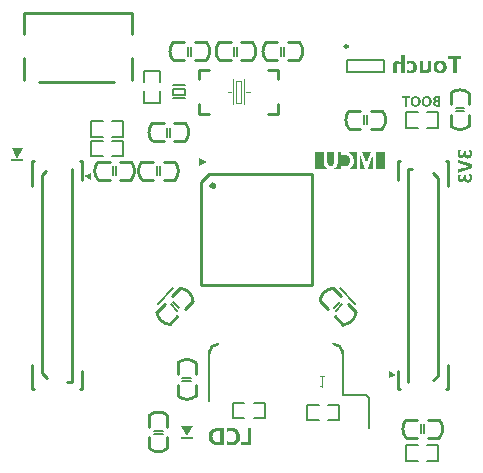
<source format=gbo>
G04*
G04 #@! TF.GenerationSoftware,Altium Limited,Altium Designer,21.2.1 (34)*
G04*
G04 Layer_Color=32896*
%FSLAX25Y25*%
%MOIN*%
G70*
G04*
G04 #@! TF.SameCoordinates,7F94B60C-EE6A-4D70-8C52-0CABB09C9AE7*
G04*
G04*
G04 #@! TF.FilePolarity,Positive*
G04*
G01*
G75*
%ADD11C,0.01000*%
%ADD12C,0.00600*%
%ADD13C,0.00787*%
%ADD14C,0.00500*%
%ADD16C,0.00800*%
%ADD77C,0.00984*%
%ADD78C,0.01575*%
%ADD79C,0.00390*%
%ADD80R,0.03937X0.00787*%
G36*
X321468Y300555D02*
X317531D01*
X319500Y297012D01*
X321468Y300555D01*
D02*
G37*
G36*
X344028Y292410D02*
Y290048D01*
X341666Y291229D01*
X344028Y292410D01*
D02*
G37*
G36*
X377969Y208055D02*
X374031D01*
X376000Y204512D01*
X377969Y208055D01*
D02*
G37*
G36*
X443240Y223905D02*
Y226267D01*
X445602Y225086D01*
X443240Y223905D01*
D02*
G37*
G36*
X382820Y296029D02*
X380064Y294651D01*
Y297407D01*
X382820Y296029D01*
D02*
G37*
G36*
X460500Y314456D02*
X459218D01*
X459113Y314461D01*
X459013Y314467D01*
X458918Y314483D01*
X458829Y314500D01*
X458752Y314517D01*
X458674Y314544D01*
X458607Y314566D01*
X458546Y314594D01*
X458491Y314616D01*
X458441Y314644D01*
X458402Y314666D01*
X458369Y314683D01*
X458341Y314705D01*
X458324Y314716D01*
X458313Y314722D01*
X458308Y314727D01*
X458247Y314783D01*
X458197Y314839D01*
X458152Y314899D01*
X458113Y314961D01*
X458080Y315022D01*
X458058Y315083D01*
X458014Y315205D01*
X457991Y315310D01*
X457986Y315355D01*
X457980Y315393D01*
X457975Y315427D01*
Y315449D01*
Y315466D01*
Y315471D01*
X457986Y315593D01*
X458008Y315699D01*
X458047Y315793D01*
X458086Y315876D01*
X458125Y315937D01*
X458163Y315987D01*
X458186Y316015D01*
X458197Y316026D01*
X458286Y316104D01*
X458380Y316159D01*
X458474Y316209D01*
X458569Y316243D01*
X458652Y316265D01*
X458713Y316281D01*
X458741Y316287D01*
X458757Y316293D01*
X458774D01*
Y316304D01*
X458674Y316337D01*
X458580Y316381D01*
X458502Y316431D01*
X458430Y316476D01*
X458374Y316520D01*
X458335Y316559D01*
X458313Y316581D01*
X458302Y316592D01*
X458241Y316675D01*
X458191Y316759D01*
X458158Y316842D01*
X458136Y316920D01*
X458125Y316986D01*
X458113Y317036D01*
Y317058D01*
Y317075D01*
Y317081D01*
Y317086D01*
X458119Y317153D01*
X458125Y317219D01*
X458163Y317336D01*
X458208Y317436D01*
X458263Y317525D01*
X458324Y317586D01*
X458369Y317636D01*
X458408Y317663D01*
X458413Y317674D01*
X458419D01*
X458480Y317713D01*
X458541Y317747D01*
X458680Y317797D01*
X458824Y317835D01*
X458963Y317858D01*
X459024Y317869D01*
X459085Y317874D01*
X459140Y317880D01*
X459185D01*
X459224Y317885D01*
X460500D01*
Y314456D01*
D02*
G37*
G36*
X450293Y317286D02*
X449317D01*
Y314456D01*
X448584D01*
Y317286D01*
X447602D01*
Y317885D01*
X450293D01*
Y317286D01*
D02*
G37*
G36*
X456038Y317941D02*
X456177Y317924D01*
X456299Y317902D01*
X456421Y317869D01*
X456532Y317830D01*
X456632Y317786D01*
X456726Y317741D01*
X456809Y317691D01*
X456887Y317641D01*
X456953Y317597D01*
X457009Y317552D01*
X457059Y317513D01*
X457092Y317486D01*
X457120Y317458D01*
X457137Y317441D01*
X457142Y317436D01*
X457226Y317336D01*
X457298Y317236D01*
X457359Y317125D01*
X457414Y317020D01*
X457459Y316909D01*
X457498Y316798D01*
X457531Y316692D01*
X457553Y316592D01*
X457575Y316498D01*
X457586Y316409D01*
X457597Y316326D01*
X457608Y316259D01*
Y316204D01*
X457614Y316159D01*
Y316137D01*
Y316126D01*
X457608Y315987D01*
X457592Y315854D01*
X457570Y315726D01*
X457542Y315610D01*
X457509Y315499D01*
X457470Y315393D01*
X457425Y315299D01*
X457381Y315216D01*
X457342Y315138D01*
X457298Y315072D01*
X457259Y315010D01*
X457226Y314966D01*
X457198Y314927D01*
X457176Y314899D01*
X457159Y314883D01*
X457153Y314877D01*
X457064Y314794D01*
X456970Y314722D01*
X456870Y314655D01*
X456770Y314600D01*
X456671Y314555D01*
X456571Y314517D01*
X456476Y314483D01*
X456382Y314461D01*
X456293Y314439D01*
X456210Y314428D01*
X456138Y314417D01*
X456077Y314405D01*
X456027D01*
X455988Y314400D01*
X455955D01*
X455816Y314405D01*
X455683Y314422D01*
X455560Y314444D01*
X455444Y314478D01*
X455333Y314517D01*
X455233Y314555D01*
X455139Y314600D01*
X455056Y314650D01*
X454983Y314694D01*
X454917Y314738D01*
X454861Y314777D01*
X454811Y314816D01*
X454778Y314849D01*
X454750Y314872D01*
X454734Y314888D01*
X454728Y314894D01*
X454645Y314988D01*
X454573Y315094D01*
X454511Y315199D01*
X454456Y315310D01*
X454412Y315416D01*
X454373Y315527D01*
X454345Y315632D01*
X454317Y315732D01*
X454301Y315826D01*
X454284Y315915D01*
X454278Y315993D01*
X454267Y316059D01*
Y316115D01*
X454262Y316159D01*
Y316182D01*
Y316193D01*
X454267Y316331D01*
X454278Y316470D01*
X454301Y316598D01*
X454334Y316714D01*
X454367Y316825D01*
X454406Y316931D01*
X454445Y317025D01*
X454484Y317114D01*
X454528Y317192D01*
X454567Y317258D01*
X454606Y317314D01*
X454639Y317364D01*
X454667Y317403D01*
X454689Y317430D01*
X454706Y317447D01*
X454711Y317453D01*
X454800Y317541D01*
X454889Y317614D01*
X454989Y317680D01*
X455089Y317736D01*
X455183Y317786D01*
X455283Y317824D01*
X455383Y317858D01*
X455472Y317885D01*
X455560Y317908D01*
X455644Y317919D01*
X455716Y317930D01*
X455777Y317941D01*
X455827D01*
X455866Y317947D01*
X455899D01*
X456038Y317941D01*
D02*
G37*
G36*
X452325D02*
X452464Y317924D01*
X452586Y317902D01*
X452708Y317869D01*
X452819Y317830D01*
X452919Y317786D01*
X453013Y317741D01*
X453096Y317691D01*
X453174Y317641D01*
X453241Y317597D01*
X453296Y317552D01*
X453346Y317513D01*
X453379Y317486D01*
X453407Y317458D01*
X453424Y317441D01*
X453429Y317436D01*
X453513Y317336D01*
X453585Y317236D01*
X453646Y317125D01*
X453701Y317020D01*
X453746Y316909D01*
X453785Y316798D01*
X453818Y316692D01*
X453840Y316592D01*
X453862Y316498D01*
X453873Y316409D01*
X453884Y316326D01*
X453896Y316259D01*
Y316204D01*
X453901Y316159D01*
Y316137D01*
Y316126D01*
X453896Y315987D01*
X453879Y315854D01*
X453857Y315726D01*
X453829Y315610D01*
X453796Y315499D01*
X453757Y315393D01*
X453712Y315299D01*
X453668Y315216D01*
X453629Y315138D01*
X453585Y315072D01*
X453546Y315010D01*
X453513Y314966D01*
X453485Y314927D01*
X453463Y314899D01*
X453446Y314883D01*
X453440Y314877D01*
X453352Y314794D01*
X453257Y314722D01*
X453157Y314655D01*
X453057Y314600D01*
X452957Y314555D01*
X452858Y314517D01*
X452763Y314483D01*
X452669Y314461D01*
X452580Y314439D01*
X452497Y314428D01*
X452425Y314417D01*
X452364Y314405D01*
X452314D01*
X452275Y314400D01*
X452242D01*
X452103Y314405D01*
X451970Y314422D01*
X451848Y314444D01*
X451731Y314478D01*
X451620Y314517D01*
X451520Y314555D01*
X451426Y314600D01*
X451342Y314650D01*
X451270Y314694D01*
X451204Y314738D01*
X451148Y314777D01*
X451098Y314816D01*
X451065Y314849D01*
X451037Y314872D01*
X451021Y314888D01*
X451015Y314894D01*
X450932Y314988D01*
X450860Y315094D01*
X450799Y315199D01*
X450743Y315310D01*
X450699Y315416D01*
X450660Y315527D01*
X450632Y315632D01*
X450604Y315732D01*
X450588Y315826D01*
X450571Y315915D01*
X450565Y315993D01*
X450554Y316059D01*
Y316115D01*
X450549Y316159D01*
Y316182D01*
Y316193D01*
X450554Y316331D01*
X450565Y316470D01*
X450588Y316598D01*
X450621Y316714D01*
X450654Y316825D01*
X450693Y316931D01*
X450732Y317025D01*
X450771Y317114D01*
X450815Y317192D01*
X450854Y317258D01*
X450893Y317314D01*
X450926Y317364D01*
X450954Y317403D01*
X450976Y317430D01*
X450993Y317447D01*
X450998Y317453D01*
X451087Y317541D01*
X451176Y317614D01*
X451276Y317680D01*
X451376Y317736D01*
X451470Y317786D01*
X451570Y317824D01*
X451670Y317858D01*
X451759Y317885D01*
X451848Y317908D01*
X451931Y317919D01*
X452003Y317930D01*
X452064Y317941D01*
X452114D01*
X452153Y317947D01*
X452186D01*
X452325Y317941D01*
D02*
G37*
G36*
X470852Y299830D02*
X470904Y299645D01*
X470948Y299452D01*
X470970Y299275D01*
X470978Y299186D01*
X470985Y299112D01*
X470993Y299045D01*
Y298986D01*
X471000Y298934D01*
Y298868D01*
X470993Y298720D01*
X470985Y298587D01*
X470963Y298453D01*
X470941Y298335D01*
X470919Y298217D01*
X470882Y298113D01*
X470852Y298017D01*
X470815Y297928D01*
X470785Y297854D01*
X470748Y297787D01*
X470719Y297728D01*
X470697Y297684D01*
X470667Y297647D01*
X470652Y297617D01*
X470645Y297602D01*
X470637Y297595D01*
X470563Y297514D01*
X470489Y297440D01*
X470408Y297373D01*
X470327Y297314D01*
X470238Y297269D01*
X470156Y297232D01*
X469994Y297173D01*
X469846Y297136D01*
X469786Y297129D01*
X469727Y297121D01*
X469683Y297114D01*
X469653D01*
X469631D01*
X469624D01*
X469468Y297129D01*
X469328Y297158D01*
X469202Y297203D01*
X469098Y297255D01*
X469017Y297314D01*
X468950Y297358D01*
X468913Y297388D01*
X468898Y297403D01*
X468795Y297521D01*
X468721Y297647D01*
X468662Y297773D01*
X468610Y297891D01*
X468580Y298002D01*
X468565Y298083D01*
X468558Y298120D01*
X468551Y298143D01*
Y298165D01*
X468536D01*
X468484Y298002D01*
X468417Y297861D01*
X468343Y297743D01*
X468262Y297639D01*
X468173Y297551D01*
X468077Y297477D01*
X467981Y297417D01*
X467885Y297366D01*
X467788Y297329D01*
X467700Y297299D01*
X467618Y297284D01*
X467552Y297269D01*
X467485Y297262D01*
X467441Y297255D01*
X467411D01*
X467404D01*
X467307Y297262D01*
X467211Y297269D01*
X467048Y297321D01*
X466908Y297380D01*
X466789Y297454D01*
X466693Y297536D01*
X466627Y297595D01*
X466590Y297647D01*
X466575Y297654D01*
Y297662D01*
X466471Y297824D01*
X466397Y298002D01*
X466345Y298172D01*
X466308Y298342D01*
X466286Y298490D01*
X466279Y298557D01*
Y298609D01*
X466271Y298653D01*
Y298720D01*
X466279Y298949D01*
X466308Y299164D01*
X466353Y299349D01*
X466375Y299438D01*
X466397Y299512D01*
X466419Y299586D01*
X466442Y299645D01*
X466464Y299704D01*
X466486Y299748D01*
X466501Y299778D01*
X466516Y299808D01*
X466523Y299822D01*
Y299830D01*
X467307D01*
X467204Y299667D01*
X467130Y299512D01*
X467078Y299356D01*
X467041Y299223D01*
X467019Y299105D01*
X467011Y299053D01*
Y299016D01*
X467004Y298979D01*
Y298934D01*
X467011Y298809D01*
X467026Y298705D01*
X467056Y298609D01*
X467093Y298527D01*
X467145Y298461D01*
X467189Y298402D01*
X467248Y298357D01*
X467300Y298320D01*
X467352Y298291D01*
X467411Y298268D01*
X467500Y298239D01*
X467544D01*
X467574Y298231D01*
X467589D01*
X467596D01*
X467707Y298239D01*
X467796Y298268D01*
X467877Y298313D01*
X467951Y298372D01*
X468010Y298446D01*
X468062Y298520D01*
X468099Y298601D01*
X468136Y298690D01*
X468181Y298860D01*
X468188Y298934D01*
X468203Y299008D01*
Y299068D01*
X468210Y299112D01*
Y299526D01*
X468950D01*
Y299119D01*
X468958Y298949D01*
X468980Y298794D01*
X469002Y298668D01*
X469032Y298557D01*
X469069Y298476D01*
X469091Y298416D01*
X469113Y298379D01*
X469120Y298365D01*
X469187Y298276D01*
X469268Y298209D01*
X469350Y298157D01*
X469431Y298128D01*
X469505Y298106D01*
X469564Y298098D01*
X469601Y298091D01*
X469609D01*
X469616D01*
X469727Y298098D01*
X469823Y298128D01*
X469912Y298165D01*
X469979Y298202D01*
X470031Y298246D01*
X470075Y298283D01*
X470097Y298313D01*
X470105Y298320D01*
X470164Y298409D01*
X470201Y298513D01*
X470230Y298609D01*
X470253Y298712D01*
X470267Y298801D01*
X470275Y298868D01*
Y298934D01*
X470267Y299045D01*
X470260Y299156D01*
X470223Y299356D01*
X470164Y299541D01*
X470105Y299697D01*
X470075Y299763D01*
X470045Y299822D01*
X470016Y299874D01*
X469986Y299919D01*
X469964Y299956D01*
X469949Y299978D01*
X469934Y299993D01*
Y300000D01*
X470778D01*
X470852Y299830D01*
D02*
G37*
G36*
X470926Y295138D02*
Y294036D01*
X466353Y292445D01*
Y293466D01*
X469579Y294457D01*
X469757Y294502D01*
X469831Y294517D01*
X469897Y294531D01*
X469957Y294539D01*
X470001Y294546D01*
X470031Y294554D01*
X470038D01*
Y294576D01*
X469883Y294598D01*
X469801Y294613D01*
X469735Y294628D01*
X469675Y294642D01*
X469631Y294650D01*
X469594Y294665D01*
X469587D01*
X466353Y295656D01*
Y296707D01*
X470926Y295138D01*
D02*
G37*
G36*
X470852Y291771D02*
X470904Y291586D01*
X470948Y291394D01*
X470970Y291216D01*
X470978Y291127D01*
X470985Y291053D01*
X470993Y290987D01*
Y290928D01*
X471000Y290876D01*
Y290809D01*
X470993Y290661D01*
X470985Y290528D01*
X470963Y290395D01*
X470941Y290276D01*
X470919Y290158D01*
X470882Y290054D01*
X470852Y289958D01*
X470815Y289869D01*
X470785Y289795D01*
X470748Y289729D01*
X470719Y289670D01*
X470697Y289625D01*
X470667Y289588D01*
X470652Y289559D01*
X470645Y289544D01*
X470637Y289536D01*
X470563Y289455D01*
X470489Y289381D01*
X470408Y289314D01*
X470327Y289255D01*
X470238Y289211D01*
X470156Y289174D01*
X469994Y289115D01*
X469846Y289078D01*
X469786Y289070D01*
X469727Y289063D01*
X469683Y289055D01*
X469653D01*
X469631D01*
X469624D01*
X469468Y289070D01*
X469328Y289100D01*
X469202Y289144D01*
X469098Y289196D01*
X469017Y289255D01*
X468950Y289300D01*
X468913Y289329D01*
X468898Y289344D01*
X468795Y289462D01*
X468721Y289588D01*
X468662Y289714D01*
X468610Y289832D01*
X468580Y289943D01*
X468565Y290025D01*
X468558Y290062D01*
X468551Y290084D01*
Y290106D01*
X468536D01*
X468484Y289943D01*
X468417Y289803D01*
X468343Y289684D01*
X468262Y289581D01*
X468173Y289492D01*
X468077Y289418D01*
X467981Y289359D01*
X467885Y289307D01*
X467788Y289270D01*
X467700Y289240D01*
X467618Y289226D01*
X467552Y289211D01*
X467485Y289203D01*
X467441Y289196D01*
X467411D01*
X467404D01*
X467307Y289203D01*
X467211Y289211D01*
X467048Y289263D01*
X466908Y289322D01*
X466789Y289396D01*
X466693Y289477D01*
X466627Y289536D01*
X466590Y289588D01*
X466575Y289596D01*
Y289603D01*
X466471Y289766D01*
X466397Y289943D01*
X466345Y290114D01*
X466308Y290284D01*
X466286Y290432D01*
X466279Y290498D01*
Y290550D01*
X466271Y290595D01*
Y290661D01*
X466279Y290891D01*
X466308Y291105D01*
X466353Y291290D01*
X466375Y291379D01*
X466397Y291453D01*
X466419Y291527D01*
X466442Y291586D01*
X466464Y291645D01*
X466486Y291690D01*
X466501Y291719D01*
X466516Y291749D01*
X466523Y291764D01*
Y291771D01*
X467307D01*
X467204Y291608D01*
X467130Y291453D01*
X467078Y291298D01*
X467041Y291164D01*
X467019Y291046D01*
X467011Y290994D01*
Y290957D01*
X467004Y290920D01*
Y290876D01*
X467011Y290750D01*
X467026Y290646D01*
X467056Y290550D01*
X467093Y290469D01*
X467145Y290402D01*
X467189Y290343D01*
X467248Y290299D01*
X467300Y290262D01*
X467352Y290232D01*
X467411Y290210D01*
X467500Y290180D01*
X467544D01*
X467574Y290173D01*
X467589D01*
X467596D01*
X467707Y290180D01*
X467796Y290210D01*
X467877Y290254D01*
X467951Y290313D01*
X468010Y290387D01*
X468062Y290461D01*
X468099Y290543D01*
X468136Y290632D01*
X468181Y290802D01*
X468188Y290876D01*
X468203Y290950D01*
Y291009D01*
X468210Y291053D01*
Y291468D01*
X468950D01*
Y291061D01*
X468958Y290891D01*
X468980Y290735D01*
X469002Y290609D01*
X469032Y290498D01*
X469069Y290417D01*
X469091Y290358D01*
X469113Y290321D01*
X469120Y290306D01*
X469187Y290217D01*
X469268Y290151D01*
X469350Y290099D01*
X469431Y290069D01*
X469505Y290047D01*
X469564Y290040D01*
X469601Y290032D01*
X469609D01*
X469616D01*
X469727Y290040D01*
X469823Y290069D01*
X469912Y290106D01*
X469979Y290143D01*
X470031Y290188D01*
X470075Y290225D01*
X470097Y290254D01*
X470105Y290262D01*
X470164Y290350D01*
X470201Y290454D01*
X470230Y290550D01*
X470253Y290654D01*
X470267Y290743D01*
X470275Y290809D01*
Y290876D01*
X470267Y290987D01*
X470260Y291098D01*
X470223Y291298D01*
X470164Y291483D01*
X470105Y291638D01*
X470075Y291705D01*
X470045Y291764D01*
X470016Y291816D01*
X469986Y291860D01*
X469964Y291897D01*
X469949Y291919D01*
X469934Y291934D01*
Y291941D01*
X470778D01*
X470852Y291771D01*
D02*
G37*
G36*
X448556Y325592D02*
X447363D01*
Y327914D01*
X447354Y328062D01*
X447326Y328192D01*
X447289Y328312D01*
X447252Y328404D01*
X447215Y328488D01*
X447178Y328543D01*
X447150Y328580D01*
X447141Y328590D01*
X447048Y328682D01*
X446956Y328747D01*
X446854Y328793D01*
X446771Y328821D01*
X446688Y328849D01*
X446623Y328858D01*
X446567D01*
X446447Y328849D01*
X446345Y328821D01*
X446253Y328774D01*
X446170Y328710D01*
X446105Y328636D01*
X446049Y328562D01*
X446003Y328479D01*
X445966Y328386D01*
X445920Y328210D01*
X445901Y328136D01*
X445892Y328062D01*
X445883Y327997D01*
Y327951D01*
Y327923D01*
Y327914D01*
Y325592D01*
X444690D01*
Y328099D01*
Y328247D01*
X444708Y328395D01*
X444745Y328654D01*
X444819Y328876D01*
X444911Y329070D01*
X445013Y329228D01*
X445133Y329366D01*
X445254Y329478D01*
X445383Y329561D01*
X445522Y329635D01*
X445642Y329681D01*
X445762Y329727D01*
X445864Y329746D01*
X445957Y329764D01*
X446022Y329773D01*
X446086D01*
X446234Y329764D01*
X446364Y329746D01*
X446493Y329709D01*
X446614Y329662D01*
X446826Y329552D01*
X447011Y329422D01*
X447085Y329348D01*
X447150Y329283D01*
X447215Y329228D01*
X447261Y329172D01*
X447298Y329126D01*
X447326Y329089D01*
X447335Y329070D01*
X447344Y329061D01*
X447363D01*
Y331633D01*
X448556D01*
Y325592D01*
D02*
G37*
G36*
X457436Y327211D02*
Y327054D01*
X457417Y326906D01*
X457399Y326777D01*
X457371Y326647D01*
X457306Y326416D01*
X457214Y326221D01*
X457103Y326055D01*
X456983Y325916D01*
X456853Y325805D01*
X456714Y325713D01*
X456585Y325648D01*
X456456Y325592D01*
X456335Y325555D01*
X456224Y325528D01*
X456132Y325509D01*
X456067Y325500D01*
X456002D01*
X455854Y325509D01*
X455725Y325528D01*
X455595Y325565D01*
X455475Y325611D01*
X455262Y325722D01*
X455087Y325861D01*
X455003Y325925D01*
X454939Y325990D01*
X454883Y326046D01*
X454837Y326101D01*
X454800Y326148D01*
X454772Y326185D01*
X454763Y326203D01*
X454753Y326212D01*
X454735D01*
Y325592D01*
X453551D01*
Y329672D01*
X454735D01*
Y327331D01*
X454744Y327184D01*
X454772Y327045D01*
X454800Y326934D01*
X454837Y326832D01*
X454883Y326758D01*
X454911Y326702D01*
X454939Y326665D01*
X454948Y326656D01*
X455031Y326573D01*
X455124Y326508D01*
X455225Y326471D01*
X455318Y326434D01*
X455392Y326416D01*
X455466Y326407D01*
X455521D01*
X455651Y326416D01*
X455762Y326444D01*
X455854Y326490D01*
X455937Y326554D01*
X456011Y326619D01*
X456067Y326693D01*
X456113Y326777D01*
X456150Y326869D01*
X456206Y327035D01*
X456224Y327110D01*
X456234Y327184D01*
Y327239D01*
X456243Y327285D01*
Y327313D01*
Y327322D01*
Y329672D01*
X457436D01*
Y327211D01*
D02*
G37*
G36*
X450619Y329764D02*
X450804Y329746D01*
X450970Y329718D01*
X451127Y329681D01*
X451275Y329635D01*
X451414Y329579D01*
X451535Y329533D01*
X451646Y329478D01*
X451747Y329413D01*
X451840Y329366D01*
X451914Y329311D01*
X451978Y329265D01*
X452025Y329228D01*
X452062Y329200D01*
X452080Y329182D01*
X452090Y329172D01*
X452201Y329052D01*
X452293Y328932D01*
X452376Y328802D01*
X452450Y328663D01*
X452506Y328525D01*
X452561Y328386D01*
X452635Y328127D01*
X452654Y328007D01*
X452672Y327896D01*
X452691Y327794D01*
X452700Y327711D01*
X452709Y327637D01*
Y327581D01*
Y327544D01*
Y327535D01*
X452700Y327368D01*
X452681Y327211D01*
X452654Y327063D01*
X452617Y326924D01*
X452580Y326795D01*
X452524Y326675D01*
X452478Y326564D01*
X452423Y326462D01*
X452367Y326370D01*
X452321Y326295D01*
X452265Y326221D01*
X452228Y326166D01*
X452191Y326120D01*
X452164Y326092D01*
X452145Y326074D01*
X452136Y326064D01*
X452025Y325962D01*
X451904Y325879D01*
X451784Y325805D01*
X451655Y325741D01*
X451525Y325685D01*
X451405Y325639D01*
X451164Y325574D01*
X451053Y325546D01*
X450952Y325528D01*
X450859Y325518D01*
X450776Y325509D01*
X450711Y325500D01*
X450619D01*
X450341Y325509D01*
X450101Y325537D01*
X449888Y325574D01*
X449721Y325620D01*
X449648Y325639D01*
X449583Y325666D01*
X449527Y325685D01*
X449481Y325704D01*
X449453Y325722D01*
X449426Y325731D01*
X449416Y325741D01*
X449407D01*
Y326712D01*
X449574Y326610D01*
X449740Y326536D01*
X449897Y326481D01*
X450036Y326444D01*
X450156Y326425D01*
X450249Y326416D01*
X450286Y326407D01*
X450332D01*
X450526Y326425D01*
X450693Y326462D01*
X450841Y326508D01*
X450970Y326573D01*
X451063Y326628D01*
X451137Y326684D01*
X451174Y326721D01*
X451192Y326730D01*
X451294Y326860D01*
X451377Y327008D01*
X451433Y327147D01*
X451470Y327294D01*
X451488Y327415D01*
X451498Y327517D01*
X451507Y327554D01*
Y327581D01*
Y327600D01*
Y327609D01*
X451488Y327813D01*
X451451Y327997D01*
X451405Y328155D01*
X451340Y328284D01*
X451275Y328386D01*
X451229Y328460D01*
X451192Y328506D01*
X451174Y328525D01*
X451044Y328636D01*
X450896Y328719D01*
X450748Y328774D01*
X450609Y328821D01*
X450489Y328839D01*
X450387Y328849D01*
X450351Y328858D01*
X450295D01*
X450119Y328849D01*
X449953Y328812D01*
X449795Y328765D01*
X449666Y328710D01*
X449555Y328654D01*
X449472Y328608D01*
X449416Y328571D01*
X449398Y328562D01*
Y329579D01*
X449537Y329644D01*
X449703Y329690D01*
X449879Y329727D01*
X450045Y329746D01*
X450193Y329764D01*
X450258D01*
X450323Y329773D01*
X450434D01*
X450619Y329764D01*
D02*
G37*
G36*
X467500Y330310D02*
X465872D01*
Y325592D01*
X464651D01*
Y330310D01*
X463014D01*
Y331309D01*
X467500D01*
Y330310D01*
D02*
G37*
G36*
X460544Y329764D02*
X460720Y329746D01*
X460886Y329718D01*
X461044Y329681D01*
X461192Y329635D01*
X461321Y329589D01*
X461450Y329533D01*
X461561Y329487D01*
X461654Y329431D01*
X461747Y329376D01*
X461821Y329329D01*
X461876Y329283D01*
X461922Y329246D01*
X461959Y329219D01*
X461978Y329200D01*
X461987Y329191D01*
X462089Y329080D01*
X462181Y328959D01*
X462264Y328830D01*
X462338Y328700D01*
X462394Y328571D01*
X462440Y328442D01*
X462514Y328183D01*
X462542Y328071D01*
X462561Y327960D01*
X462570Y327859D01*
X462579Y327776D01*
X462588Y327701D01*
Y327655D01*
Y327618D01*
Y327609D01*
X462579Y327433D01*
X462561Y327257D01*
X462533Y327100D01*
X462496Y326952D01*
X462450Y326814D01*
X462403Y326693D01*
X462348Y326573D01*
X462292Y326471D01*
X462246Y326379D01*
X462190Y326295D01*
X462144Y326221D01*
X462098Y326166D01*
X462061Y326120D01*
X462033Y326092D01*
X462015Y326074D01*
X462006Y326064D01*
X461895Y325962D01*
X461774Y325879D01*
X461645Y325805D01*
X461515Y325741D01*
X461376Y325685D01*
X461247Y325639D01*
X460997Y325574D01*
X460877Y325546D01*
X460766Y325528D01*
X460674Y325518D01*
X460590Y325509D01*
X460516Y325500D01*
X460424D01*
X460239Y325509D01*
X460063Y325528D01*
X459897Y325555D01*
X459739Y325592D01*
X459600Y325639D01*
X459471Y325685D01*
X459351Y325741D01*
X459240Y325796D01*
X459138Y325842D01*
X459055Y325898D01*
X458981Y325944D01*
X458925Y325990D01*
X458879Y326027D01*
X458842Y326055D01*
X458823Y326074D01*
X458814Y326083D01*
X458712Y326203D01*
X458620Y326323D01*
X458537Y326453D01*
X458463Y326582D01*
X458407Y326721D01*
X458361Y326851D01*
X458287Y327110D01*
X458259Y327221D01*
X458241Y327331D01*
X458231Y327433D01*
X458222Y327517D01*
X458213Y327590D01*
Y327637D01*
Y327674D01*
Y327683D01*
X458222Y327859D01*
X458241Y328025D01*
X458268Y328173D01*
X458306Y328321D01*
X458352Y328460D01*
X458398Y328580D01*
X458454Y328700D01*
X458500Y328802D01*
X458555Y328895D01*
X458611Y328969D01*
X458657Y329043D01*
X458703Y329098D01*
X458740Y329145D01*
X458768Y329172D01*
X458786Y329191D01*
X458796Y329200D01*
X458907Y329302D01*
X459027Y329385D01*
X459157Y329468D01*
X459286Y329533D01*
X459415Y329589D01*
X459545Y329635D01*
X459795Y329699D01*
X459915Y329727D01*
X460017Y329746D01*
X460109Y329755D01*
X460192Y329764D01*
X460266Y329773D01*
X460359D01*
X460544Y329764D01*
D02*
G37*
G36*
X390932Y207401D02*
X391164Y207374D01*
X391386Y207328D01*
X391589Y207272D01*
X391783Y207207D01*
X391968Y207133D01*
X392135Y207059D01*
X392283Y206976D01*
X392412Y206893D01*
X392533Y206819D01*
X392635Y206745D01*
X392718Y206680D01*
X392792Y206625D01*
X392838Y206578D01*
X392866Y206551D01*
X392875Y206541D01*
X393023Y206375D01*
X393152Y206199D01*
X393273Y206014D01*
X393365Y205829D01*
X393448Y205644D01*
X393523Y205459D01*
X393578Y205283D01*
X393615Y205107D01*
X393652Y204950D01*
X393680Y204793D01*
X393698Y204663D01*
X393717Y204543D01*
Y204451D01*
X393726Y204386D01*
Y204340D01*
Y204321D01*
X393717Y204090D01*
X393689Y203868D01*
X393652Y203655D01*
X393606Y203461D01*
X393550Y203276D01*
X393485Y203110D01*
X393421Y202952D01*
X393347Y202814D01*
X393273Y202684D01*
X393208Y202582D01*
X393143Y202490D01*
X393088Y202407D01*
X393041Y202351D01*
X392995Y202305D01*
X392977Y202277D01*
X392968Y202268D01*
X392819Y202129D01*
X392662Y202018D01*
X392496Y201916D01*
X392329Y201824D01*
X392154Y201750D01*
X391987Y201685D01*
X391821Y201639D01*
X391654Y201592D01*
X391506Y201565D01*
X391367Y201537D01*
X391238Y201528D01*
X391127Y201509D01*
X391034D01*
X390969Y201500D01*
X390729D01*
X390553Y201509D01*
X390387Y201528D01*
X390230Y201546D01*
X390091Y201565D01*
X389952Y201592D01*
X389832Y201620D01*
X389721Y201648D01*
X389619Y201676D01*
X389536Y201704D01*
X389462Y201731D01*
X389397Y201750D01*
X389351Y201768D01*
X389314Y201787D01*
X389295Y201796D01*
X389286D01*
Y202915D01*
X389527Y202795D01*
X389767Y202702D01*
X389998Y202638D01*
X390211Y202591D01*
X390313Y202573D01*
X390396Y202564D01*
X390479Y202554D01*
X390544D01*
X390599Y202545D01*
X390673D01*
X390822Y202554D01*
X390960Y202564D01*
X391219Y202628D01*
X391441Y202702D01*
X391534Y202749D01*
X391626Y202804D01*
X391700Y202851D01*
X391774Y202897D01*
X391830Y202934D01*
X391876Y202971D01*
X391922Y203008D01*
X391950Y203035D01*
X391959Y203045D01*
X391968Y203054D01*
X392052Y203156D01*
X392126Y203257D01*
X392191Y203368D01*
X392237Y203489D01*
X392329Y203711D01*
X392385Y203933D01*
X392403Y204025D01*
X392412Y204118D01*
X392422Y204201D01*
X392431Y204275D01*
X392440Y204330D01*
Y204377D01*
Y204404D01*
Y204414D01*
X392431Y204571D01*
X392422Y204728D01*
X392366Y204996D01*
X392320Y205126D01*
X392283Y205237D01*
X392237Y205339D01*
X392191Y205440D01*
X392144Y205524D01*
X392098Y205598D01*
X392052Y205662D01*
X392015Y205718D01*
X391987Y205755D01*
X391959Y205783D01*
X391950Y205801D01*
X391941Y205810D01*
X391839Y205903D01*
X391737Y205986D01*
X391635Y206060D01*
X391525Y206125D01*
X391404Y206171D01*
X391293Y206218D01*
X391080Y206282D01*
X390988Y206301D01*
X390896Y206319D01*
X390812Y206329D01*
X390738Y206338D01*
X390683Y206347D01*
X390599D01*
X390331Y206329D01*
X390082Y206292D01*
X389860Y206245D01*
X389665Y206181D01*
X389582Y206153D01*
X389508Y206116D01*
X389443Y206088D01*
X389388Y206069D01*
X389341Y206042D01*
X389314Y206032D01*
X389295Y206014D01*
X389286D01*
Y207189D01*
X389508Y207263D01*
X389739Y207318D01*
X389980Y207355D01*
X390193Y207383D01*
X390294Y207392D01*
X390387Y207401D01*
X390470D01*
X390544Y207411D01*
X390683D01*
X390932Y207401D01*
D02*
G37*
G36*
X397500Y201592D02*
X394142D01*
Y202582D01*
X396279D01*
Y207309D01*
X397500D01*
Y201592D01*
D02*
G37*
G36*
X388268D02*
X386298D01*
X386049Y201602D01*
X385817Y201629D01*
X385595Y201666D01*
X385383Y201713D01*
X385188Y201778D01*
X385013Y201842D01*
X384846Y201916D01*
X384689Y201990D01*
X384559Y202064D01*
X384439Y202138D01*
X384337Y202203D01*
X384254Y202268D01*
X384180Y202314D01*
X384134Y202351D01*
X384106Y202379D01*
X384097Y202388D01*
X383949Y202545D01*
X383819Y202712D01*
X383699Y202888D01*
X383607Y203063D01*
X383523Y203239D01*
X383449Y203415D01*
X383394Y203590D01*
X383348Y203757D01*
X383320Y203914D01*
X383292Y204062D01*
X383274Y204192D01*
X383255Y204303D01*
Y204395D01*
X383246Y204469D01*
Y204506D01*
Y204525D01*
X383255Y204774D01*
X383283Y205015D01*
X383320Y205237D01*
X383375Y205440D01*
X383449Y205635D01*
X383523Y205820D01*
X383616Y205986D01*
X383717Y206134D01*
X383828Y206273D01*
X383949Y206402D01*
X384078Y206523D01*
X384208Y206634D01*
X384347Y206726D01*
X384485Y206809D01*
X384763Y206958D01*
X385050Y207078D01*
X385327Y207161D01*
X385586Y207226D01*
X385817Y207263D01*
X385919Y207281D01*
X386012Y207291D01*
X386086Y207300D01*
X386159D01*
X386215Y207309D01*
X388268D01*
Y201592D01*
D02*
G37*
G36*
X442000Y293500D02*
X431668D01*
D01*
X428911D01*
X428976Y293509D01*
X429069D01*
X429179Y293528D01*
X429309Y293537D01*
X429448Y293565D01*
X429596Y293593D01*
X429762Y293639D01*
X429929Y293685D01*
X430095Y293750D01*
X430271Y293824D01*
X430438Y293916D01*
X430604Y294018D01*
X430761Y294129D01*
X430909Y294268D01*
X430919Y294277D01*
X430937Y294305D01*
X430983Y294351D01*
X431030Y294407D01*
X431085Y294490D01*
X431150Y294582D01*
X431215Y294684D01*
X431288Y294813D01*
X431362Y294952D01*
X431427Y295110D01*
X431492Y295276D01*
X431547Y295461D01*
X431594Y295655D01*
X431631Y295868D01*
X431659Y296090D01*
X431668Y296321D01*
Y299411D01*
Y296386D01*
X431659Y296451D01*
Y296543D01*
X431640Y296663D01*
X431622Y296793D01*
X431594Y296950D01*
X431557Y297108D01*
X431520Y297283D01*
X431464Y297459D01*
X431390Y297644D01*
X431307Y297829D01*
X431215Y298014D01*
X431094Y298199D01*
X430965Y298375D01*
X430817Y298541D01*
X430807Y298551D01*
X430780Y298578D01*
X430733Y298624D01*
X430659Y298680D01*
X430576Y298745D01*
X430475Y298819D01*
X430354Y298893D01*
X430225Y298976D01*
X430077Y299059D01*
X429910Y299133D01*
X429725Y299207D01*
X429531Y299272D01*
X429327Y299327D01*
X429106Y299374D01*
X428874Y299401D01*
X428624Y299411D01*
X428486D01*
X428412Y299401D01*
X428329D01*
X428236Y299392D01*
X428134Y299383D01*
X427921Y299355D01*
X427681Y299318D01*
X427450Y299263D01*
X427228Y299189D01*
Y298014D01*
X427237D01*
X427255Y298032D01*
X427283Y298042D01*
X427329Y298070D01*
X427385Y298088D01*
X427450Y298116D01*
X427524Y298153D01*
X427607Y298181D01*
X427801Y298245D01*
X428023Y298291D01*
X428273Y298328D01*
X428541Y298347D01*
X428624D01*
X428680Y298338D01*
X428754Y298328D01*
X428837Y298319D01*
X428930Y298301D01*
X429022Y298282D01*
X429235Y298218D01*
X429346Y298171D01*
X429466Y298125D01*
X429577Y298060D01*
X429679Y297986D01*
X429781Y297903D01*
X429882Y297811D01*
X429892Y297801D01*
X429901Y297783D01*
X429929Y297755D01*
X429956Y297718D01*
X429993Y297662D01*
X430040Y297598D01*
X430086Y297524D01*
X430132Y297441D01*
X430178Y297339D01*
X430225Y297237D01*
X430262Y297126D01*
X430308Y296996D01*
X430364Y296728D01*
X430373Y296571D01*
X430382Y296414D01*
Y296405D01*
Y296377D01*
Y296330D01*
X430373Y296275D01*
X430364Y296201D01*
X430354Y296118D01*
X430345Y296025D01*
X430327Y295933D01*
X430271Y295711D01*
X430178Y295489D01*
X430132Y295369D01*
X430067Y295257D01*
X429993Y295156D01*
X429910Y295054D01*
X429901Y295045D01*
X429892Y295036D01*
X429864Y295008D01*
X429818Y294971D01*
X429772Y294934D01*
X429716Y294897D01*
X429642Y294850D01*
X429568Y294804D01*
X429475Y294749D01*
X429383Y294703D01*
X429161Y294629D01*
X428902Y294564D01*
X428763Y294554D01*
X428615Y294545D01*
X428541D01*
X428486Y294554D01*
X428421D01*
X428338Y294564D01*
X428255Y294573D01*
X428153Y294591D01*
X427940Y294638D01*
X427709Y294703D01*
X427468Y294795D01*
X427228Y294915D01*
Y293500D01*
X426266D01*
Y299309D01*
X423930D01*
X425045D01*
Y295979D01*
Y295960D01*
Y295914D01*
X425035Y295849D01*
X425026Y295757D01*
X425008Y295646D01*
X424989Y295526D01*
X424952Y295396D01*
X424906Y295267D01*
X424841Y295128D01*
X424767Y294999D01*
X424675Y294878D01*
X424564Y294767D01*
X424443Y294675D01*
X424286Y294610D01*
X424111Y294564D01*
X423916Y294545D01*
X423870D01*
X423814Y294554D01*
X423740Y294564D01*
X423657Y294591D01*
X423565Y294619D01*
X423472Y294666D01*
X423361Y294721D01*
X423259Y294795D01*
X423167Y294878D01*
X423074Y294989D01*
X422991Y295128D01*
X422917Y295285D01*
X422862Y295470D01*
X422825Y295683D01*
X422816Y295923D01*
Y299309D01*
X421594D01*
Y295285D01*
Y295942D01*
X421604Y295886D01*
X421613Y295822D01*
X421622Y295739D01*
X421631Y295655D01*
X421668Y295461D01*
X421724Y295248D01*
X421789Y295017D01*
X421890Y294777D01*
X422020Y294536D01*
X422177Y294305D01*
X422270Y294194D01*
X422362Y294092D01*
X422473Y293990D01*
X422593Y293898D01*
X422732Y293814D01*
X422871Y293741D01*
X423019Y293667D01*
X423185Y293611D01*
X423361Y293565D01*
X423556Y293528D01*
X423759Y293509D01*
X423972Y293500D01*
X421594D01*
Y293509D01*
Y293500D01*
X418736D01*
Y299411D01*
X442000D01*
Y293500D01*
D02*
G37*
G36*
X427255Y293787D02*
X427292Y293768D01*
X427339Y293750D01*
X427403Y293731D01*
X427478Y293704D01*
X427561Y293676D01*
X427663Y293648D01*
X427774Y293620D01*
X427894Y293593D01*
X428032Y293565D01*
X428171Y293546D01*
X428329Y293528D01*
X428495Y293509D01*
X428671Y293500D01*
X427228D01*
Y293796D01*
X427237D01*
X427255Y293787D01*
D02*
G37*
G36*
X426266Y293500D02*
X424027D01*
X424074Y293509D01*
X424120D01*
X424185Y293518D01*
X424333Y293537D01*
X424499Y293574D01*
X424693Y293630D01*
X424906Y293704D01*
X425119Y293814D01*
X425331Y293944D01*
X425535Y294101D01*
X425637Y294203D01*
X425729Y294305D01*
X425822Y294425D01*
X425905Y294545D01*
X425988Y294684D01*
X426053Y294832D01*
X426118Y294989D01*
X426164Y295165D01*
X426210Y295350D01*
X426238Y295544D01*
X426257Y295757D01*
X426266Y295979D01*
Y293500D01*
D02*
G37*
G36*
X422130Y224451D02*
X421841D01*
X421774Y224446D01*
X421719Y224440D01*
X421674Y224429D01*
X421636Y224412D01*
X421602Y224401D01*
X421580Y224390D01*
X421569Y224384D01*
X421563Y224379D01*
X421530Y224346D01*
X421508Y224307D01*
X421491Y224268D01*
X421480Y224229D01*
X421475Y224196D01*
X421469Y224168D01*
Y224146D01*
Y224140D01*
Y220599D01*
X421275D01*
X421236Y220672D01*
X421192Y220732D01*
X421153Y220782D01*
X421108Y220821D01*
X421075Y220849D01*
X421047Y220871D01*
X421025Y220882D01*
X421020Y220888D01*
X420959Y220916D01*
X420892Y220932D01*
X420820Y220949D01*
X420753Y220954D01*
X420692Y220960D01*
X420648Y220966D01*
X420337D01*
Y221221D01*
X420809D01*
X420864Y221227D01*
X420909Y221243D01*
X420931Y221260D01*
X420936Y221265D01*
X420964Y221299D01*
X420975Y221332D01*
X420981Y221360D01*
Y221365D01*
Y221371D01*
Y224140D01*
X420975Y224196D01*
X420970Y224246D01*
X420953Y224285D01*
X420936Y224318D01*
X420920Y224346D01*
X420909Y224362D01*
X420897Y224373D01*
X420892Y224379D01*
X420853Y224401D01*
X420814Y224418D01*
X420714Y224440D01*
X420676Y224446D01*
X420637Y224451D01*
X420337D01*
Y224706D01*
X422130D01*
Y224451D01*
D02*
G37*
%LPC*%
G36*
X459767Y317341D02*
X459457D01*
X459357Y317336D01*
X459268Y317325D01*
X459190Y317303D01*
X459124Y317281D01*
X459068Y317253D01*
X459018Y317219D01*
X458979Y317180D01*
X458952Y317147D01*
X458929Y317108D01*
X458907Y317070D01*
X458890Y317008D01*
X458885Y316986D01*
X458879Y316964D01*
Y316953D01*
Y316947D01*
X458885Y316870D01*
X458902Y316803D01*
X458924Y316748D01*
X458952Y316698D01*
X458979Y316659D01*
X459001Y316631D01*
X459018Y316614D01*
X459024Y316609D01*
X459079Y316570D01*
X459146Y316542D01*
X459212Y316520D01*
X459273Y316509D01*
X459329Y316498D01*
X459379Y316492D01*
X459767D01*
Y317341D01*
D02*
G37*
G36*
Y315943D02*
X459340D01*
X459240Y315937D01*
X459151Y315926D01*
X459079Y315904D01*
X459013Y315882D01*
X458968Y315860D01*
X458929Y315837D01*
X458907Y315826D01*
X458902Y315821D01*
X458852Y315771D01*
X458813Y315715D01*
X458785Y315660D01*
X458763Y315604D01*
X458752Y315560D01*
X458746Y315515D01*
Y315493D01*
Y315482D01*
X458752Y315405D01*
X458768Y315332D01*
X458796Y315271D01*
X458824Y315221D01*
X458852Y315177D01*
X458879Y315149D01*
X458896Y315133D01*
X458902Y315127D01*
X458963Y315083D01*
X459035Y315055D01*
X459107Y315033D01*
X459173Y315016D01*
X459240Y315005D01*
X459290Y314999D01*
X459767D01*
Y315943D01*
D02*
G37*
G36*
X455960Y317308D02*
X455921D01*
X455843Y317303D01*
X455771Y317297D01*
X455638Y317258D01*
X455522Y317208D01*
X455433Y317153D01*
X455355Y317097D01*
X455305Y317047D01*
X455272Y317008D01*
X455261Y317003D01*
Y316997D01*
X455183Y316870D01*
X455128Y316737D01*
X455083Y316592D01*
X455056Y316459D01*
X455044Y316392D01*
X455039Y316337D01*
X455033Y316281D01*
Y316237D01*
X455028Y316198D01*
Y316170D01*
Y316154D01*
Y316148D01*
Y316054D01*
X455039Y315965D01*
X455067Y315804D01*
X455083Y315732D01*
X455105Y315665D01*
X455128Y315604D01*
X455150Y315549D01*
X455172Y315499D01*
X455194Y315455D01*
X455216Y315421D01*
X455233Y315388D01*
X455250Y315366D01*
X455261Y315349D01*
X455266Y315338D01*
X455272Y315332D01*
X455316Y315277D01*
X455366Y315232D01*
X455422Y315194D01*
X455477Y315155D01*
X455588Y315099D01*
X455694Y315066D01*
X455788Y315044D01*
X455832Y315038D01*
X455866Y315033D01*
X455899Y315027D01*
X455938D01*
X456016Y315033D01*
X456088Y315038D01*
X456154Y315055D01*
X456221Y315077D01*
X456332Y315127D01*
X456426Y315188D01*
X456504Y315244D01*
X456560Y315294D01*
X456576Y315316D01*
X456593Y315332D01*
X456598Y315338D01*
X456604Y315343D01*
X456648Y315405D01*
X456682Y315471D01*
X456743Y315610D01*
X456781Y315743D01*
X456815Y315876D01*
X456820Y315937D01*
X456832Y315987D01*
X456837Y316037D01*
Y316082D01*
X456843Y316115D01*
Y316143D01*
Y316159D01*
Y316165D01*
X456837Y316259D01*
X456832Y316348D01*
X456804Y316509D01*
X456765Y316648D01*
X456743Y316709D01*
X456720Y316764D01*
X456698Y316814D01*
X456676Y316859D01*
X456654Y316898D01*
X456637Y316931D01*
X456621Y316953D01*
X456609Y316970D01*
X456598Y316981D01*
Y316986D01*
X456548Y317042D01*
X456498Y317092D01*
X456443Y317136D01*
X456387Y317175D01*
X456332Y317203D01*
X456277Y317231D01*
X456165Y317269D01*
X456071Y317292D01*
X456027Y317297D01*
X455993Y317303D01*
X455960Y317308D01*
D02*
G37*
G36*
X452247D02*
X452208D01*
X452131Y317303D01*
X452058Y317297D01*
X451925Y317258D01*
X451809Y317208D01*
X451720Y317153D01*
X451642Y317097D01*
X451592Y317047D01*
X451559Y317008D01*
X451548Y317003D01*
Y316997D01*
X451470Y316870D01*
X451415Y316737D01*
X451370Y316592D01*
X451342Y316459D01*
X451331Y316392D01*
X451326Y316337D01*
X451320Y316281D01*
Y316237D01*
X451315Y316198D01*
Y316170D01*
Y316154D01*
Y316148D01*
Y316054D01*
X451326Y315965D01*
X451354Y315804D01*
X451370Y315732D01*
X451393Y315665D01*
X451415Y315604D01*
X451437Y315549D01*
X451459Y315499D01*
X451481Y315455D01*
X451503Y315421D01*
X451520Y315388D01*
X451537Y315366D01*
X451548Y315349D01*
X451553Y315338D01*
X451559Y315332D01*
X451603Y315277D01*
X451653Y315232D01*
X451709Y315194D01*
X451764Y315155D01*
X451875Y315099D01*
X451981Y315066D01*
X452075Y315044D01*
X452119Y315038D01*
X452153Y315033D01*
X452186Y315027D01*
X452225D01*
X452303Y315033D01*
X452375Y315038D01*
X452441Y315055D01*
X452508Y315077D01*
X452619Y315127D01*
X452713Y315188D01*
X452791Y315244D01*
X452847Y315294D01*
X452863Y315316D01*
X452880Y315332D01*
X452885Y315338D01*
X452891Y315343D01*
X452935Y315405D01*
X452969Y315471D01*
X453030Y315610D01*
X453068Y315743D01*
X453102Y315876D01*
X453107Y315937D01*
X453119Y315987D01*
X453124Y316037D01*
Y316082D01*
X453130Y316115D01*
Y316143D01*
Y316159D01*
Y316165D01*
X453124Y316259D01*
X453119Y316348D01*
X453091Y316509D01*
X453052Y316648D01*
X453030Y316709D01*
X453008Y316764D01*
X452985Y316814D01*
X452963Y316859D01*
X452941Y316898D01*
X452924Y316931D01*
X452908Y316953D01*
X452896Y316970D01*
X452885Y316981D01*
Y316986D01*
X452836Y317042D01*
X452785Y317092D01*
X452730Y317136D01*
X452674Y317175D01*
X452619Y317203D01*
X452563Y317231D01*
X452453Y317269D01*
X452358Y317292D01*
X452314Y317297D01*
X452281Y317303D01*
X452247Y317308D01*
D02*
G37*
G36*
X460405Y328858D02*
X460387D01*
X460220Y328849D01*
X460072Y328802D01*
X459943Y328747D01*
X459832Y328673D01*
X459739Y328580D01*
X459656Y328479D01*
X459591Y328377D01*
X459545Y328266D01*
X459508Y328155D01*
X459471Y328044D01*
X459452Y327942D01*
X459443Y327850D01*
X459434Y327776D01*
X459425Y327720D01*
Y327674D01*
Y327664D01*
X459434Y327443D01*
X459462Y327248D01*
X459517Y327082D01*
X459573Y326934D01*
X459647Y326814D01*
X459730Y326712D01*
X459813Y326628D01*
X459906Y326564D01*
X459998Y326508D01*
X460081Y326471D01*
X460165Y326444D01*
X460239Y326425D01*
X460294Y326416D01*
X460340Y326407D01*
X460387D01*
X460563Y326425D01*
X460720Y326462D01*
X460849Y326518D01*
X460960Y326601D01*
X461062Y326693D01*
X461145Y326795D01*
X461210Y326906D01*
X461256Y327017D01*
X461303Y327128D01*
X461330Y327239D01*
X461358Y327341D01*
X461367Y327433D01*
X461376Y327517D01*
X461386Y327572D01*
Y327618D01*
Y327627D01*
X461376Y327831D01*
X461349Y328016D01*
X461303Y328173D01*
X461256Y328303D01*
X461210Y328404D01*
X461164Y328479D01*
X461136Y328516D01*
X461127Y328534D01*
X461016Y328645D01*
X460895Y328719D01*
X460775Y328774D01*
X460655Y328821D01*
X460553Y328839D01*
X460461Y328849D01*
X460405Y328858D01*
D02*
G37*
G36*
X387048Y206310D02*
X386391D01*
X386233Y206301D01*
X386095Y206292D01*
X385826Y206236D01*
X385595Y206162D01*
X385493Y206116D01*
X385401Y206069D01*
X385318Y206023D01*
X385244Y205977D01*
X385188Y205940D01*
X385133Y205903D01*
X385096Y205875D01*
X385068Y205848D01*
X385050Y205838D01*
X385040Y205829D01*
X384948Y205736D01*
X384864Y205635D01*
X384800Y205533D01*
X384744Y205422D01*
X384652Y205200D01*
X384587Y204987D01*
X384550Y204802D01*
X384541Y204719D01*
X384531Y204645D01*
X384522Y204590D01*
Y204543D01*
Y204516D01*
Y204506D01*
X384531Y204349D01*
X384541Y204192D01*
X384569Y204044D01*
X384596Y203914D01*
X384633Y203785D01*
X384680Y203674D01*
X384726Y203563D01*
X384772Y203470D01*
X384818Y203387D01*
X384864Y203313D01*
X384901Y203248D01*
X384948Y203193D01*
X384976Y203156D01*
X385003Y203128D01*
X385013Y203110D01*
X385022Y203100D01*
X385114Y203008D01*
X385225Y202934D01*
X385327Y202860D01*
X385438Y202804D01*
X385669Y202712D01*
X385882Y202647D01*
X385984Y202628D01*
X386076Y202610D01*
X386169Y202601D01*
X386233Y202591D01*
X386298Y202582D01*
X387048D01*
Y206310D01*
D02*
G37*
G36*
X439086Y299309D02*
X437310D01*
X436080Y295849D01*
X436071Y295831D01*
X436052Y295776D01*
X436025Y295692D01*
X435997Y295590D01*
X435960Y295470D01*
X435923Y295332D01*
X435895Y295193D01*
X435867Y295045D01*
X435840D01*
Y295054D01*
X435830Y295063D01*
Y295091D01*
X435821Y295128D01*
X435793Y295211D01*
X435766Y295322D01*
X435738Y295452D01*
X435691Y295590D01*
X435654Y295729D01*
X435608Y295859D01*
X434369Y299309D01*
X432639D01*
Y293593D01*
X439086D01*
Y299309D01*
D02*
G37*
%LPD*%
G36*
X438032Y298264D02*
Y298245D01*
Y298199D01*
X438023Y298153D01*
Y298088D01*
X438013Y298005D01*
Y297921D01*
X438004Y297820D01*
Y297598D01*
X437995Y297357D01*
X437986Y297089D01*
Y296821D01*
Y293593D01*
X436385D01*
X437819Y297496D01*
Y297505D01*
X437828Y297524D01*
X437847Y297570D01*
X437865Y297644D01*
X437884Y297746D01*
X437902Y297811D01*
X437921Y297884D01*
X437939Y297968D01*
X437958Y298060D01*
X437976Y298162D01*
X438004Y298273D01*
X438032D01*
Y298264D01*
D02*
G37*
G36*
X433832D02*
Y298245D01*
X433842Y298218D01*
X433851Y298181D01*
X433869Y298088D01*
X433897Y297977D01*
X433925Y297848D01*
X433953Y297727D01*
X433980Y297616D01*
X434008Y297533D01*
X435414Y293593D01*
X433851D01*
Y297061D01*
Y297071D01*
Y297080D01*
Y297108D01*
Y297145D01*
Y297200D01*
Y297255D01*
X433842Y297394D01*
Y297570D01*
X433823Y297774D01*
X433814Y298014D01*
X433795Y298273D01*
X433832D01*
Y298264D01*
D02*
G37*
D11*
X363600Y200400D02*
G03*
X369456Y200452I2897J3545D01*
G01*
X369400Y211600D02*
G03*
X363544Y211548I-2897J-3545D01*
G01*
X469900Y319000D02*
G03*
X464044Y318948I-2897J-3545D01*
G01*
X464100Y307800D02*
G03*
X469956Y307852I2897J3545D01*
G01*
X430000Y312900D02*
G03*
X430052Y307044I3545J-2897D01*
G01*
X441200Y307100D02*
G03*
X441148Y312956I-3545J2897D01*
G01*
X365980Y245948D02*
G03*
X370158Y241845I4555J458D01*
G01*
X378001Y249767D02*
G03*
X373823Y253870I-4555J-458D01*
G01*
X346300Y295900D02*
G03*
X346352Y290044I3545J-2897D01*
G01*
X357500Y290100D02*
G03*
X357448Y295956I-3545J2897D01*
G01*
X402377Y335763D02*
G03*
X402429Y329907I3545J-2897D01*
G01*
X413577Y329963D02*
G03*
X413525Y335819I-3545J2897D01*
G01*
X460200Y204100D02*
G03*
X460148Y209956I-3545J2897D01*
G01*
X449000Y209900D02*
G03*
X449052Y204044I3545J-2897D01*
G01*
X372100Y290100D02*
G03*
X372048Y295956I-3545J2897D01*
G01*
X360900Y295900D02*
G03*
X360952Y290044I3545J-2897D01*
G01*
X427877Y232354D02*
G03*
X424924Y235306I-2953J0D01*
G01*
X386420Y235306D02*
G03*
X383468Y232353I0J-2953D01*
G01*
X378900Y229100D02*
G03*
X373044Y229048I-2897J-3545D01*
G01*
X373100Y217900D02*
G03*
X378956Y217952I2897J3545D01*
G01*
X428306Y241776D02*
G03*
X432410Y245954I-458J4555D01*
G01*
X424488Y253797D02*
G03*
X420384Y249620I458J-4555D01*
G01*
X397937Y329963D02*
G03*
X397885Y335819I-3545J2897D01*
G01*
X386737Y335763D02*
G03*
X386789Y329907I3545J-2897D01*
G01*
X382562Y329963D02*
G03*
X382509Y335819I-3545J2897D01*
G01*
X371362Y335763D02*
G03*
X371414Y329907I3545J-2897D01*
G01*
X364362Y308759D02*
G03*
X364414Y302903I3545J-2897D01*
G01*
X375562Y302959D02*
G03*
X375509Y308814I-3545J2897D01*
G01*
X324343Y220166D02*
X325029D01*
X340192D02*
X340878D01*
X324343Y296150D02*
X325029D01*
X340192D02*
X340878D01*
Y289974D02*
Y296150D01*
X324343Y288005D02*
Y296150D01*
Y220166D02*
Y228311D01*
X336121Y222725D02*
X337532D01*
Y293591D01*
X327689Y291623D02*
X329165Y293098D01*
X327689Y225678D02*
Y291623D01*
Y225678D02*
X329402Y223965D01*
X340878Y220166D02*
Y226343D01*
X446389Y289973D02*
Y296149D01*
X457865Y292350D02*
X459579Y290637D01*
Y224693D02*
Y290637D01*
X458103Y223217D02*
X459579Y224693D01*
X449736Y222724D02*
Y293590D01*
X451147D01*
X462925Y288004D02*
Y296149D01*
Y220165D02*
Y228310D01*
X446389Y220165D02*
Y226342D01*
Y220165D02*
X447076D01*
X462238D02*
X462925D01*
X446389Y296149D02*
X447076D01*
X462238D02*
X462925D01*
X363500Y207700D02*
Y211400D01*
X369500Y207700D02*
Y211500D01*
Y200500D02*
Y204200D01*
X363500Y200500D02*
Y204200D01*
X470000Y308000D02*
Y311700D01*
X464000Y307900D02*
Y311700D01*
X464000Y315200D02*
X464000Y318900D01*
X470000D02*
X470000Y315200D01*
X437300Y313000D02*
X441000D01*
X437300Y307000D02*
X441100D01*
X430100D02*
X433800Y307000D01*
X430100Y313000D02*
X433800Y313000D01*
X371071Y251181D02*
X373688Y253797D01*
X375314Y246938D02*
X378001Y249625D01*
X370223Y241847D02*
X372839Y244463D01*
X365980Y246090D02*
X368597Y248706D01*
X353700Y290000D02*
X357400Y290000D01*
X353700Y296000D02*
X357400Y296000D01*
X346400D02*
X350200Y296000D01*
X346500Y290000D02*
X350200Y290000D01*
X409677Y335863D02*
X413377Y335863D01*
X409677Y329863D02*
X413477Y329863D01*
X402477D02*
X406177D01*
X402477Y335863D02*
X406177D01*
X449100Y210000D02*
X452800Y210000D01*
X449100Y204000D02*
X452800Y204000D01*
X456300Y204000D02*
X460100D01*
X456300Y210000D02*
X460000D01*
X361000Y296000D02*
X364700Y296000D01*
X361000Y290000D02*
X364700Y290000D01*
X368200Y290000D02*
X372000D01*
X368200Y296000D02*
X371900D01*
X380655Y254986D02*
X380655Y289238D01*
X383411Y291994D01*
X417662Y291994D01*
X380655Y254986D02*
X417662D01*
Y291994D01*
X321776Y345732D02*
X357776D01*
Y338732D02*
Y345732D01*
Y323232D02*
Y330732D01*
X321776Y338732D02*
Y345732D01*
Y323232D02*
Y330732D01*
X326776Y322732D02*
X351776D01*
X373000Y218000D02*
Y221700D01*
X379000Y218000D02*
Y221700D01*
Y225200D02*
Y229000D01*
X373000Y225200D02*
Y228900D01*
X424629Y253797D02*
X427246Y251181D01*
X420387Y249554D02*
X423003Y246938D01*
X425478Y244463D02*
X428165Y241776D01*
X429720Y248706D02*
X432337Y246090D01*
X386837Y335863D02*
X390537D01*
X386837Y329863D02*
X390537D01*
X394037Y329863D02*
X397837Y329863D01*
X394037Y335863D02*
X397737Y335863D01*
X371462D02*
X375162Y335863D01*
X371462Y329863D02*
X375162Y329863D01*
X378662D02*
X382462Y329863D01*
X378662Y335863D02*
X382362Y335863D01*
X371762Y302859D02*
X375462Y302859D01*
X371762Y308859D02*
X375462Y308859D01*
X364462Y308859D02*
X368262Y308859D01*
X364562Y302859D02*
X368262Y302859D01*
X406343Y312104D02*
Y315307D01*
X403140Y312104D02*
X406343D01*
X380163Y326664D02*
X380163Y323462D01*
X380163Y326664D02*
X383366Y326664D01*
X380163Y312104D02*
X383366D01*
X406343Y323462D02*
Y326664D01*
X403140D02*
X406343D01*
X380163Y312104D02*
X380163Y315307D01*
D12*
X371462Y320361D02*
X375462D01*
Y318361D02*
Y320361D01*
X371462Y318361D02*
X375462D01*
X371462D02*
Y320361D01*
Y321561D02*
X375462Y321561D01*
X371462Y317161D02*
X375462Y317161D01*
D13*
X361741Y326415D02*
X366859D01*
X361741Y315785D02*
X366859D01*
X366859Y319525D01*
X366859Y326415D02*
X366859Y322675D01*
X361741Y319525D02*
X361741Y315785D01*
X361741Y322675D02*
X361741Y326415D01*
X429498Y326000D02*
Y329969D01*
X441702Y326000D02*
X441702Y329969D01*
X429498D02*
X441702D01*
X429498Y326000D02*
X441702D01*
X459815Y196441D02*
Y201559D01*
X449185Y196441D02*
Y201559D01*
Y196441D02*
X452925Y196441D01*
X456075D02*
X459815Y196441D01*
X449185Y201559D02*
X452925Y201559D01*
X456075D02*
X459815Y201559D01*
X344185Y304441D02*
X347925Y304441D01*
X351075D02*
X354815Y304441D01*
X344185Y309559D02*
X347925Y309559D01*
X351075D02*
X354815Y309559D01*
Y304441D02*
Y309559D01*
X344185Y304441D02*
Y309559D01*
X459815Y307441D02*
Y312559D01*
X449185Y307441D02*
Y312559D01*
Y307441D02*
X452925Y307441D01*
X456075D02*
X459815Y307441D01*
X449185Y312559D02*
X452925Y312559D01*
X456075D02*
X459815Y312559D01*
X344185Y297941D02*
Y303059D01*
X354815Y297941D02*
Y303059D01*
X351075Y303059D02*
X354815Y303059D01*
X344185D02*
X347925Y303059D01*
X351075Y297941D02*
X354815D01*
X344185Y297941D02*
X347925Y297941D01*
X391374Y210614D02*
Y215732D01*
X402004Y210614D02*
Y215732D01*
X398264D02*
X402004D01*
X391374D02*
X395114D01*
X398264Y210614D02*
X402004D01*
X391374D02*
X395114D01*
X416177Y210004D02*
Y215122D01*
X426807Y210004D02*
Y215122D01*
X423067D02*
X426807D01*
X416177D02*
X419917D01*
X423067Y210004D02*
X426807D01*
X416177D02*
X419917D01*
D14*
X366217Y248600D02*
X371417Y253800D01*
X426900D02*
X432100Y248600D01*
X365017Y205453D02*
X367970D01*
X365017Y206437D02*
X367970D01*
X465530Y313947D02*
X468483D01*
X465530Y312963D02*
X468483D01*
X435053Y308530D02*
Y311483D01*
X436037Y308530D02*
Y311483D01*
X370555Y248519D02*
X372643Y246431D01*
X371251Y249215D02*
X373339Y247127D01*
X351463Y291517D02*
Y294470D01*
X352447Y291517D02*
Y294470D01*
X407430Y334346D02*
X407430Y331393D01*
X408414Y334346D02*
X408414Y331393D01*
X455037Y205530D02*
Y208483D01*
X454053Y205530D02*
Y208483D01*
X366937Y291530D02*
Y294483D01*
X365953Y291530D02*
Y294483D01*
X374517Y223937D02*
X377470D01*
X374517Y222953D02*
X377470D01*
X425667Y246439D02*
X427755Y248526D01*
X424971Y247134D02*
X427059Y249222D01*
X392774Y331393D02*
Y334346D01*
X391790Y331393D02*
Y334346D01*
X377399Y331393D02*
Y334346D01*
X376414Y331393D02*
Y334346D01*
X369525Y304376D02*
Y307328D01*
X370509Y304376D02*
Y307328D01*
D16*
X436697Y207432D02*
Y217431D01*
X435751Y218377D02*
X436697Y217431D01*
X427877Y218377D02*
X435751Y218377D01*
X427877Y218377D02*
Y233338D01*
X383468Y216238D02*
Y233338D01*
D77*
X429596Y334500D02*
G03*
X429596Y334500I-492J0D01*
G01*
D78*
X384985Y288057D02*
G03*
X384985Y288057I-394J0D01*
G01*
D79*
X391238Y315209D02*
Y323479D01*
X393998Y323089D02*
X393998Y315609D01*
X392418D02*
X393998D01*
X392418D02*
X392418Y323089D01*
X393998Y323089D01*
X395178Y323479D02*
X395178Y315209D01*
X389643Y319344D02*
X390823D01*
X395553Y319384D02*
X396953D01*
D80*
X319500Y296618D02*
D03*
X376000Y204118D02*
D03*
M02*

</source>
